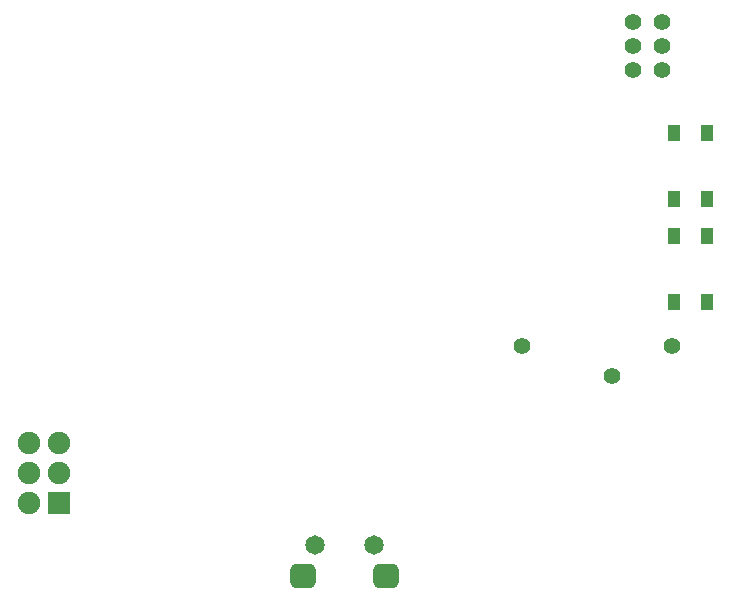
<source format=gbs>
G04 Layer_Color=16711935*
%FSLAX25Y25*%
%MOIN*%
G70*
G01*
G75*
%ADD66R,0.07493X0.07493*%
%ADD67C,0.07493*%
%ADD68C,0.05524*%
%ADD69C,0.06509*%
G04:AMPARAMS|DCode=70|XSize=86.74mil|YSize=82.8mil|CornerRadius=22.7mil|HoleSize=0mil|Usage=FLASHONLY|Rotation=180.000|XOffset=0mil|YOffset=0mil|HoleType=Round|Shape=RoundedRectangle|*
%AMROUNDEDRECTD70*
21,1,0.08674,0.03740,0,0,180.0*
21,1,0.04134,0.08280,0,0,180.0*
1,1,0.04540,-0.02067,0.01870*
1,1,0.04540,0.02067,0.01870*
1,1,0.04540,0.02067,-0.01870*
1,1,0.04540,-0.02067,-0.01870*
%
%ADD70ROUNDEDRECTD70*%
%ADD71R,0.03950X0.05524*%
D66*
X35591Y-199961D02*
D03*
D67*
X25591D02*
D03*
X35591Y-189961D02*
D03*
X25591D02*
D03*
X35591Y-179961D02*
D03*
X25591D02*
D03*
D68*
X190157Y-147638D02*
D03*
X220158Y-157638D02*
D03*
X240158Y-147638D02*
D03*
X236811Y-39862D02*
D03*
Y-47736D02*
D03*
Y-55610D02*
D03*
X226969Y-39862D02*
D03*
Y-47736D02*
D03*
Y-55610D02*
D03*
D69*
X120995Y-213878D02*
D03*
X140680D02*
D03*
D70*
X117058Y-224508D02*
D03*
X144617D02*
D03*
D71*
X240551Y-133047D02*
D03*
Y-111047D02*
D03*
X251575Y-133047D02*
D03*
Y-111047D02*
D03*
X240551Y-98598D02*
D03*
Y-76598D02*
D03*
X251575Y-98598D02*
D03*
Y-76598D02*
D03*
M02*

</source>
